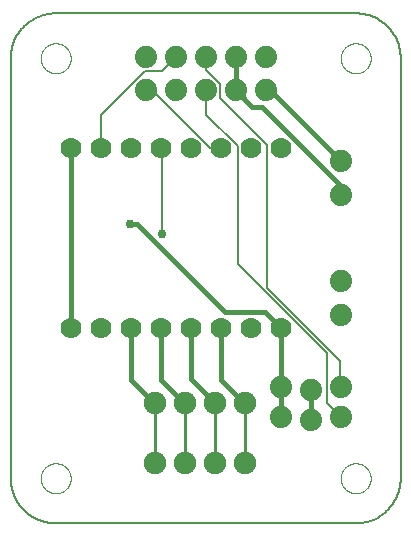
<source format=gtl>
G75*
%MOIN*%
%OFA0B0*%
%FSLAX25Y25*%
%IPPOS*%
%LPD*%
%AMOC8*
5,1,8,0,0,1.08239X$1,22.5*
%
%ADD10C,0.00600*%
%ADD11C,0.00000*%
%ADD12C,0.07000*%
%ADD13C,0.01000*%
%ADD14C,0.07480*%
%ADD15C,0.07400*%
%ADD16C,0.01500*%
%ADD17C,0.02978*%
D10*
X0001300Y0016300D02*
X0001300Y0156300D01*
X0001304Y0156662D01*
X0001318Y0157025D01*
X0001339Y0157387D01*
X0001370Y0157748D01*
X0001409Y0158108D01*
X0001457Y0158467D01*
X0001514Y0158825D01*
X0001579Y0159182D01*
X0001653Y0159537D01*
X0001736Y0159890D01*
X0001827Y0160241D01*
X0001926Y0160589D01*
X0002034Y0160935D01*
X0002150Y0161279D01*
X0002275Y0161619D01*
X0002407Y0161956D01*
X0002548Y0162290D01*
X0002697Y0162621D01*
X0002854Y0162948D01*
X0003018Y0163271D01*
X0003190Y0163590D01*
X0003370Y0163904D01*
X0003558Y0164215D01*
X0003753Y0164520D01*
X0003955Y0164821D01*
X0004165Y0165117D01*
X0004381Y0165407D01*
X0004605Y0165693D01*
X0004835Y0165973D01*
X0005072Y0166247D01*
X0005316Y0166515D01*
X0005566Y0166778D01*
X0005822Y0167034D01*
X0006085Y0167284D01*
X0006353Y0167528D01*
X0006627Y0167765D01*
X0006907Y0167995D01*
X0007193Y0168219D01*
X0007483Y0168435D01*
X0007779Y0168645D01*
X0008080Y0168847D01*
X0008385Y0169042D01*
X0008696Y0169230D01*
X0009010Y0169410D01*
X0009329Y0169582D01*
X0009652Y0169746D01*
X0009979Y0169903D01*
X0010310Y0170052D01*
X0010644Y0170193D01*
X0010981Y0170325D01*
X0011321Y0170450D01*
X0011665Y0170566D01*
X0012011Y0170674D01*
X0012359Y0170773D01*
X0012710Y0170864D01*
X0013063Y0170947D01*
X0013418Y0171021D01*
X0013775Y0171086D01*
X0014133Y0171143D01*
X0014492Y0171191D01*
X0014852Y0171230D01*
X0015213Y0171261D01*
X0015575Y0171282D01*
X0015938Y0171296D01*
X0016300Y0171300D01*
X0116300Y0171300D01*
X0116662Y0171296D01*
X0117025Y0171282D01*
X0117387Y0171261D01*
X0117748Y0171230D01*
X0118108Y0171191D01*
X0118467Y0171143D01*
X0118825Y0171086D01*
X0119182Y0171021D01*
X0119537Y0170947D01*
X0119890Y0170864D01*
X0120241Y0170773D01*
X0120589Y0170674D01*
X0120935Y0170566D01*
X0121279Y0170450D01*
X0121619Y0170325D01*
X0121956Y0170193D01*
X0122290Y0170052D01*
X0122621Y0169903D01*
X0122948Y0169746D01*
X0123271Y0169582D01*
X0123590Y0169410D01*
X0123904Y0169230D01*
X0124215Y0169042D01*
X0124520Y0168847D01*
X0124821Y0168645D01*
X0125117Y0168435D01*
X0125407Y0168219D01*
X0125693Y0167995D01*
X0125973Y0167765D01*
X0126247Y0167528D01*
X0126515Y0167284D01*
X0126778Y0167034D01*
X0127034Y0166778D01*
X0127284Y0166515D01*
X0127528Y0166247D01*
X0127765Y0165973D01*
X0127995Y0165693D01*
X0128219Y0165407D01*
X0128435Y0165117D01*
X0128645Y0164821D01*
X0128847Y0164520D01*
X0129042Y0164215D01*
X0129230Y0163904D01*
X0129410Y0163590D01*
X0129582Y0163271D01*
X0129746Y0162948D01*
X0129903Y0162621D01*
X0130052Y0162290D01*
X0130193Y0161956D01*
X0130325Y0161619D01*
X0130450Y0161279D01*
X0130566Y0160935D01*
X0130674Y0160589D01*
X0130773Y0160241D01*
X0130864Y0159890D01*
X0130947Y0159537D01*
X0131021Y0159182D01*
X0131086Y0158825D01*
X0131143Y0158467D01*
X0131191Y0158108D01*
X0131230Y0157748D01*
X0131261Y0157387D01*
X0131282Y0157025D01*
X0131296Y0156662D01*
X0131300Y0156300D01*
X0131300Y0016300D01*
X0131296Y0015938D01*
X0131282Y0015575D01*
X0131261Y0015213D01*
X0131230Y0014852D01*
X0131191Y0014492D01*
X0131143Y0014133D01*
X0131086Y0013775D01*
X0131021Y0013418D01*
X0130947Y0013063D01*
X0130864Y0012710D01*
X0130773Y0012359D01*
X0130674Y0012011D01*
X0130566Y0011665D01*
X0130450Y0011321D01*
X0130325Y0010981D01*
X0130193Y0010644D01*
X0130052Y0010310D01*
X0129903Y0009979D01*
X0129746Y0009652D01*
X0129582Y0009329D01*
X0129410Y0009010D01*
X0129230Y0008696D01*
X0129042Y0008385D01*
X0128847Y0008080D01*
X0128645Y0007779D01*
X0128435Y0007483D01*
X0128219Y0007193D01*
X0127995Y0006907D01*
X0127765Y0006627D01*
X0127528Y0006353D01*
X0127284Y0006085D01*
X0127034Y0005822D01*
X0126778Y0005566D01*
X0126515Y0005316D01*
X0126247Y0005072D01*
X0125973Y0004835D01*
X0125693Y0004605D01*
X0125407Y0004381D01*
X0125117Y0004165D01*
X0124821Y0003955D01*
X0124520Y0003753D01*
X0124215Y0003558D01*
X0123904Y0003370D01*
X0123590Y0003190D01*
X0123271Y0003018D01*
X0122948Y0002854D01*
X0122621Y0002697D01*
X0122290Y0002548D01*
X0121956Y0002407D01*
X0121619Y0002275D01*
X0121279Y0002150D01*
X0120935Y0002034D01*
X0120589Y0001926D01*
X0120241Y0001827D01*
X0119890Y0001736D01*
X0119537Y0001653D01*
X0119182Y0001579D01*
X0118825Y0001514D01*
X0118467Y0001457D01*
X0118108Y0001409D01*
X0117748Y0001370D01*
X0117387Y0001339D01*
X0117025Y0001318D01*
X0116662Y0001304D01*
X0116300Y0001300D01*
X0016300Y0001300D01*
X0015938Y0001304D01*
X0015575Y0001318D01*
X0015213Y0001339D01*
X0014852Y0001370D01*
X0014492Y0001409D01*
X0014133Y0001457D01*
X0013775Y0001514D01*
X0013418Y0001579D01*
X0013063Y0001653D01*
X0012710Y0001736D01*
X0012359Y0001827D01*
X0012011Y0001926D01*
X0011665Y0002034D01*
X0011321Y0002150D01*
X0010981Y0002275D01*
X0010644Y0002407D01*
X0010310Y0002548D01*
X0009979Y0002697D01*
X0009652Y0002854D01*
X0009329Y0003018D01*
X0009010Y0003190D01*
X0008696Y0003370D01*
X0008385Y0003558D01*
X0008080Y0003753D01*
X0007779Y0003955D01*
X0007483Y0004165D01*
X0007193Y0004381D01*
X0006907Y0004605D01*
X0006627Y0004835D01*
X0006353Y0005072D01*
X0006085Y0005316D01*
X0005822Y0005566D01*
X0005566Y0005822D01*
X0005316Y0006085D01*
X0005072Y0006353D01*
X0004835Y0006627D01*
X0004605Y0006907D01*
X0004381Y0007193D01*
X0004165Y0007483D01*
X0003955Y0007779D01*
X0003753Y0008080D01*
X0003558Y0008385D01*
X0003370Y0008696D01*
X0003190Y0009010D01*
X0003018Y0009329D01*
X0002854Y0009652D01*
X0002697Y0009979D01*
X0002548Y0010310D01*
X0002407Y0010644D01*
X0002275Y0010981D01*
X0002150Y0011321D01*
X0002034Y0011665D01*
X0001926Y0012011D01*
X0001827Y0012359D01*
X0001736Y0012710D01*
X0001653Y0013063D01*
X0001579Y0013418D01*
X0001514Y0013775D01*
X0001457Y0014133D01*
X0001409Y0014492D01*
X0001370Y0014852D01*
X0001339Y0015213D01*
X0001318Y0015575D01*
X0001304Y0015938D01*
X0001300Y0016300D01*
X0051700Y0097600D02*
X0051700Y0125800D01*
X0051400Y0126100D01*
X0051300Y0126300D01*
X0067600Y0126400D02*
X0048400Y0145600D01*
X0046300Y0145600D01*
X0046300Y0145800D01*
X0046000Y0152200D02*
X0051700Y0152200D01*
X0056300Y0156800D01*
X0066300Y0156800D02*
X0066400Y0156700D01*
X0066400Y0152500D01*
X0071200Y0147700D01*
X0071200Y0142900D01*
X0086800Y0127300D01*
X0086800Y0079600D01*
X0111100Y0055300D01*
X0111100Y0046900D01*
X0111300Y0046800D01*
X0106600Y0041500D02*
X0111300Y0036800D01*
X0106600Y0041500D02*
X0106600Y0058000D01*
X0076900Y0087700D01*
X0076900Y0127000D01*
X0066400Y0137500D01*
X0066400Y0145600D01*
X0066300Y0145800D01*
X0067600Y0126400D02*
X0071200Y0126400D01*
X0071300Y0126300D01*
X0046000Y0152200D02*
X0031300Y0137500D01*
X0031300Y0126300D01*
D11*
X0011300Y0156300D02*
X0011302Y0156441D01*
X0011308Y0156582D01*
X0011318Y0156722D01*
X0011332Y0156862D01*
X0011350Y0157002D01*
X0011371Y0157141D01*
X0011397Y0157280D01*
X0011426Y0157418D01*
X0011460Y0157554D01*
X0011497Y0157690D01*
X0011538Y0157825D01*
X0011583Y0157959D01*
X0011632Y0158091D01*
X0011684Y0158222D01*
X0011740Y0158351D01*
X0011800Y0158478D01*
X0011863Y0158604D01*
X0011929Y0158728D01*
X0012000Y0158851D01*
X0012073Y0158971D01*
X0012150Y0159089D01*
X0012230Y0159205D01*
X0012314Y0159318D01*
X0012400Y0159429D01*
X0012490Y0159538D01*
X0012583Y0159644D01*
X0012678Y0159747D01*
X0012777Y0159848D01*
X0012878Y0159946D01*
X0012982Y0160041D01*
X0013089Y0160133D01*
X0013198Y0160222D01*
X0013310Y0160307D01*
X0013424Y0160390D01*
X0013540Y0160470D01*
X0013659Y0160546D01*
X0013780Y0160618D01*
X0013902Y0160688D01*
X0014027Y0160753D01*
X0014153Y0160816D01*
X0014281Y0160874D01*
X0014411Y0160929D01*
X0014542Y0160981D01*
X0014675Y0161028D01*
X0014809Y0161072D01*
X0014944Y0161113D01*
X0015080Y0161149D01*
X0015217Y0161181D01*
X0015355Y0161210D01*
X0015493Y0161235D01*
X0015633Y0161255D01*
X0015773Y0161272D01*
X0015913Y0161285D01*
X0016054Y0161294D01*
X0016194Y0161299D01*
X0016335Y0161300D01*
X0016476Y0161297D01*
X0016617Y0161290D01*
X0016757Y0161279D01*
X0016897Y0161264D01*
X0017037Y0161245D01*
X0017176Y0161223D01*
X0017314Y0161196D01*
X0017452Y0161166D01*
X0017588Y0161131D01*
X0017724Y0161093D01*
X0017858Y0161051D01*
X0017992Y0161005D01*
X0018124Y0160956D01*
X0018254Y0160902D01*
X0018383Y0160845D01*
X0018510Y0160785D01*
X0018636Y0160721D01*
X0018759Y0160653D01*
X0018881Y0160582D01*
X0019001Y0160508D01*
X0019118Y0160430D01*
X0019233Y0160349D01*
X0019346Y0160265D01*
X0019457Y0160178D01*
X0019565Y0160087D01*
X0019670Y0159994D01*
X0019773Y0159897D01*
X0019873Y0159798D01*
X0019970Y0159696D01*
X0020064Y0159591D01*
X0020155Y0159484D01*
X0020243Y0159374D01*
X0020328Y0159262D01*
X0020410Y0159147D01*
X0020489Y0159030D01*
X0020564Y0158911D01*
X0020636Y0158790D01*
X0020704Y0158667D01*
X0020769Y0158542D01*
X0020831Y0158415D01*
X0020888Y0158286D01*
X0020943Y0158156D01*
X0020993Y0158025D01*
X0021040Y0157892D01*
X0021083Y0157758D01*
X0021122Y0157622D01*
X0021157Y0157486D01*
X0021189Y0157349D01*
X0021216Y0157211D01*
X0021240Y0157072D01*
X0021260Y0156932D01*
X0021276Y0156792D01*
X0021288Y0156652D01*
X0021296Y0156511D01*
X0021300Y0156370D01*
X0021300Y0156230D01*
X0021296Y0156089D01*
X0021288Y0155948D01*
X0021276Y0155808D01*
X0021260Y0155668D01*
X0021240Y0155528D01*
X0021216Y0155389D01*
X0021189Y0155251D01*
X0021157Y0155114D01*
X0021122Y0154978D01*
X0021083Y0154842D01*
X0021040Y0154708D01*
X0020993Y0154575D01*
X0020943Y0154444D01*
X0020888Y0154314D01*
X0020831Y0154185D01*
X0020769Y0154058D01*
X0020704Y0153933D01*
X0020636Y0153810D01*
X0020564Y0153689D01*
X0020489Y0153570D01*
X0020410Y0153453D01*
X0020328Y0153338D01*
X0020243Y0153226D01*
X0020155Y0153116D01*
X0020064Y0153009D01*
X0019970Y0152904D01*
X0019873Y0152802D01*
X0019773Y0152703D01*
X0019670Y0152606D01*
X0019565Y0152513D01*
X0019457Y0152422D01*
X0019346Y0152335D01*
X0019233Y0152251D01*
X0019118Y0152170D01*
X0019001Y0152092D01*
X0018881Y0152018D01*
X0018759Y0151947D01*
X0018636Y0151879D01*
X0018510Y0151815D01*
X0018383Y0151755D01*
X0018254Y0151698D01*
X0018124Y0151644D01*
X0017992Y0151595D01*
X0017858Y0151549D01*
X0017724Y0151507D01*
X0017588Y0151469D01*
X0017452Y0151434D01*
X0017314Y0151404D01*
X0017176Y0151377D01*
X0017037Y0151355D01*
X0016897Y0151336D01*
X0016757Y0151321D01*
X0016617Y0151310D01*
X0016476Y0151303D01*
X0016335Y0151300D01*
X0016194Y0151301D01*
X0016054Y0151306D01*
X0015913Y0151315D01*
X0015773Y0151328D01*
X0015633Y0151345D01*
X0015493Y0151365D01*
X0015355Y0151390D01*
X0015217Y0151419D01*
X0015080Y0151451D01*
X0014944Y0151487D01*
X0014809Y0151528D01*
X0014675Y0151572D01*
X0014542Y0151619D01*
X0014411Y0151671D01*
X0014281Y0151726D01*
X0014153Y0151784D01*
X0014027Y0151847D01*
X0013902Y0151912D01*
X0013780Y0151982D01*
X0013659Y0152054D01*
X0013540Y0152130D01*
X0013424Y0152210D01*
X0013310Y0152293D01*
X0013198Y0152378D01*
X0013089Y0152467D01*
X0012982Y0152559D01*
X0012878Y0152654D01*
X0012777Y0152752D01*
X0012678Y0152853D01*
X0012583Y0152956D01*
X0012490Y0153062D01*
X0012400Y0153171D01*
X0012314Y0153282D01*
X0012230Y0153395D01*
X0012150Y0153511D01*
X0012073Y0153629D01*
X0012000Y0153749D01*
X0011929Y0153872D01*
X0011863Y0153996D01*
X0011800Y0154122D01*
X0011740Y0154249D01*
X0011684Y0154378D01*
X0011632Y0154509D01*
X0011583Y0154641D01*
X0011538Y0154775D01*
X0011497Y0154910D01*
X0011460Y0155046D01*
X0011426Y0155182D01*
X0011397Y0155320D01*
X0011371Y0155459D01*
X0011350Y0155598D01*
X0011332Y0155738D01*
X0011318Y0155878D01*
X0011308Y0156018D01*
X0011302Y0156159D01*
X0011300Y0156300D01*
X0111300Y0156300D02*
X0111302Y0156441D01*
X0111308Y0156582D01*
X0111318Y0156722D01*
X0111332Y0156862D01*
X0111350Y0157002D01*
X0111371Y0157141D01*
X0111397Y0157280D01*
X0111426Y0157418D01*
X0111460Y0157554D01*
X0111497Y0157690D01*
X0111538Y0157825D01*
X0111583Y0157959D01*
X0111632Y0158091D01*
X0111684Y0158222D01*
X0111740Y0158351D01*
X0111800Y0158478D01*
X0111863Y0158604D01*
X0111929Y0158728D01*
X0112000Y0158851D01*
X0112073Y0158971D01*
X0112150Y0159089D01*
X0112230Y0159205D01*
X0112314Y0159318D01*
X0112400Y0159429D01*
X0112490Y0159538D01*
X0112583Y0159644D01*
X0112678Y0159747D01*
X0112777Y0159848D01*
X0112878Y0159946D01*
X0112982Y0160041D01*
X0113089Y0160133D01*
X0113198Y0160222D01*
X0113310Y0160307D01*
X0113424Y0160390D01*
X0113540Y0160470D01*
X0113659Y0160546D01*
X0113780Y0160618D01*
X0113902Y0160688D01*
X0114027Y0160753D01*
X0114153Y0160816D01*
X0114281Y0160874D01*
X0114411Y0160929D01*
X0114542Y0160981D01*
X0114675Y0161028D01*
X0114809Y0161072D01*
X0114944Y0161113D01*
X0115080Y0161149D01*
X0115217Y0161181D01*
X0115355Y0161210D01*
X0115493Y0161235D01*
X0115633Y0161255D01*
X0115773Y0161272D01*
X0115913Y0161285D01*
X0116054Y0161294D01*
X0116194Y0161299D01*
X0116335Y0161300D01*
X0116476Y0161297D01*
X0116617Y0161290D01*
X0116757Y0161279D01*
X0116897Y0161264D01*
X0117037Y0161245D01*
X0117176Y0161223D01*
X0117314Y0161196D01*
X0117452Y0161166D01*
X0117588Y0161131D01*
X0117724Y0161093D01*
X0117858Y0161051D01*
X0117992Y0161005D01*
X0118124Y0160956D01*
X0118254Y0160902D01*
X0118383Y0160845D01*
X0118510Y0160785D01*
X0118636Y0160721D01*
X0118759Y0160653D01*
X0118881Y0160582D01*
X0119001Y0160508D01*
X0119118Y0160430D01*
X0119233Y0160349D01*
X0119346Y0160265D01*
X0119457Y0160178D01*
X0119565Y0160087D01*
X0119670Y0159994D01*
X0119773Y0159897D01*
X0119873Y0159798D01*
X0119970Y0159696D01*
X0120064Y0159591D01*
X0120155Y0159484D01*
X0120243Y0159374D01*
X0120328Y0159262D01*
X0120410Y0159147D01*
X0120489Y0159030D01*
X0120564Y0158911D01*
X0120636Y0158790D01*
X0120704Y0158667D01*
X0120769Y0158542D01*
X0120831Y0158415D01*
X0120888Y0158286D01*
X0120943Y0158156D01*
X0120993Y0158025D01*
X0121040Y0157892D01*
X0121083Y0157758D01*
X0121122Y0157622D01*
X0121157Y0157486D01*
X0121189Y0157349D01*
X0121216Y0157211D01*
X0121240Y0157072D01*
X0121260Y0156932D01*
X0121276Y0156792D01*
X0121288Y0156652D01*
X0121296Y0156511D01*
X0121300Y0156370D01*
X0121300Y0156230D01*
X0121296Y0156089D01*
X0121288Y0155948D01*
X0121276Y0155808D01*
X0121260Y0155668D01*
X0121240Y0155528D01*
X0121216Y0155389D01*
X0121189Y0155251D01*
X0121157Y0155114D01*
X0121122Y0154978D01*
X0121083Y0154842D01*
X0121040Y0154708D01*
X0120993Y0154575D01*
X0120943Y0154444D01*
X0120888Y0154314D01*
X0120831Y0154185D01*
X0120769Y0154058D01*
X0120704Y0153933D01*
X0120636Y0153810D01*
X0120564Y0153689D01*
X0120489Y0153570D01*
X0120410Y0153453D01*
X0120328Y0153338D01*
X0120243Y0153226D01*
X0120155Y0153116D01*
X0120064Y0153009D01*
X0119970Y0152904D01*
X0119873Y0152802D01*
X0119773Y0152703D01*
X0119670Y0152606D01*
X0119565Y0152513D01*
X0119457Y0152422D01*
X0119346Y0152335D01*
X0119233Y0152251D01*
X0119118Y0152170D01*
X0119001Y0152092D01*
X0118881Y0152018D01*
X0118759Y0151947D01*
X0118636Y0151879D01*
X0118510Y0151815D01*
X0118383Y0151755D01*
X0118254Y0151698D01*
X0118124Y0151644D01*
X0117992Y0151595D01*
X0117858Y0151549D01*
X0117724Y0151507D01*
X0117588Y0151469D01*
X0117452Y0151434D01*
X0117314Y0151404D01*
X0117176Y0151377D01*
X0117037Y0151355D01*
X0116897Y0151336D01*
X0116757Y0151321D01*
X0116617Y0151310D01*
X0116476Y0151303D01*
X0116335Y0151300D01*
X0116194Y0151301D01*
X0116054Y0151306D01*
X0115913Y0151315D01*
X0115773Y0151328D01*
X0115633Y0151345D01*
X0115493Y0151365D01*
X0115355Y0151390D01*
X0115217Y0151419D01*
X0115080Y0151451D01*
X0114944Y0151487D01*
X0114809Y0151528D01*
X0114675Y0151572D01*
X0114542Y0151619D01*
X0114411Y0151671D01*
X0114281Y0151726D01*
X0114153Y0151784D01*
X0114027Y0151847D01*
X0113902Y0151912D01*
X0113780Y0151982D01*
X0113659Y0152054D01*
X0113540Y0152130D01*
X0113424Y0152210D01*
X0113310Y0152293D01*
X0113198Y0152378D01*
X0113089Y0152467D01*
X0112982Y0152559D01*
X0112878Y0152654D01*
X0112777Y0152752D01*
X0112678Y0152853D01*
X0112583Y0152956D01*
X0112490Y0153062D01*
X0112400Y0153171D01*
X0112314Y0153282D01*
X0112230Y0153395D01*
X0112150Y0153511D01*
X0112073Y0153629D01*
X0112000Y0153749D01*
X0111929Y0153872D01*
X0111863Y0153996D01*
X0111800Y0154122D01*
X0111740Y0154249D01*
X0111684Y0154378D01*
X0111632Y0154509D01*
X0111583Y0154641D01*
X0111538Y0154775D01*
X0111497Y0154910D01*
X0111460Y0155046D01*
X0111426Y0155182D01*
X0111397Y0155320D01*
X0111371Y0155459D01*
X0111350Y0155598D01*
X0111332Y0155738D01*
X0111318Y0155878D01*
X0111308Y0156018D01*
X0111302Y0156159D01*
X0111300Y0156300D01*
X0111300Y0016300D02*
X0111302Y0016441D01*
X0111308Y0016582D01*
X0111318Y0016722D01*
X0111332Y0016862D01*
X0111350Y0017002D01*
X0111371Y0017141D01*
X0111397Y0017280D01*
X0111426Y0017418D01*
X0111460Y0017554D01*
X0111497Y0017690D01*
X0111538Y0017825D01*
X0111583Y0017959D01*
X0111632Y0018091D01*
X0111684Y0018222D01*
X0111740Y0018351D01*
X0111800Y0018478D01*
X0111863Y0018604D01*
X0111929Y0018728D01*
X0112000Y0018851D01*
X0112073Y0018971D01*
X0112150Y0019089D01*
X0112230Y0019205D01*
X0112314Y0019318D01*
X0112400Y0019429D01*
X0112490Y0019538D01*
X0112583Y0019644D01*
X0112678Y0019747D01*
X0112777Y0019848D01*
X0112878Y0019946D01*
X0112982Y0020041D01*
X0113089Y0020133D01*
X0113198Y0020222D01*
X0113310Y0020307D01*
X0113424Y0020390D01*
X0113540Y0020470D01*
X0113659Y0020546D01*
X0113780Y0020618D01*
X0113902Y0020688D01*
X0114027Y0020753D01*
X0114153Y0020816D01*
X0114281Y0020874D01*
X0114411Y0020929D01*
X0114542Y0020981D01*
X0114675Y0021028D01*
X0114809Y0021072D01*
X0114944Y0021113D01*
X0115080Y0021149D01*
X0115217Y0021181D01*
X0115355Y0021210D01*
X0115493Y0021235D01*
X0115633Y0021255D01*
X0115773Y0021272D01*
X0115913Y0021285D01*
X0116054Y0021294D01*
X0116194Y0021299D01*
X0116335Y0021300D01*
X0116476Y0021297D01*
X0116617Y0021290D01*
X0116757Y0021279D01*
X0116897Y0021264D01*
X0117037Y0021245D01*
X0117176Y0021223D01*
X0117314Y0021196D01*
X0117452Y0021166D01*
X0117588Y0021131D01*
X0117724Y0021093D01*
X0117858Y0021051D01*
X0117992Y0021005D01*
X0118124Y0020956D01*
X0118254Y0020902D01*
X0118383Y0020845D01*
X0118510Y0020785D01*
X0118636Y0020721D01*
X0118759Y0020653D01*
X0118881Y0020582D01*
X0119001Y0020508D01*
X0119118Y0020430D01*
X0119233Y0020349D01*
X0119346Y0020265D01*
X0119457Y0020178D01*
X0119565Y0020087D01*
X0119670Y0019994D01*
X0119773Y0019897D01*
X0119873Y0019798D01*
X0119970Y0019696D01*
X0120064Y0019591D01*
X0120155Y0019484D01*
X0120243Y0019374D01*
X0120328Y0019262D01*
X0120410Y0019147D01*
X0120489Y0019030D01*
X0120564Y0018911D01*
X0120636Y0018790D01*
X0120704Y0018667D01*
X0120769Y0018542D01*
X0120831Y0018415D01*
X0120888Y0018286D01*
X0120943Y0018156D01*
X0120993Y0018025D01*
X0121040Y0017892D01*
X0121083Y0017758D01*
X0121122Y0017622D01*
X0121157Y0017486D01*
X0121189Y0017349D01*
X0121216Y0017211D01*
X0121240Y0017072D01*
X0121260Y0016932D01*
X0121276Y0016792D01*
X0121288Y0016652D01*
X0121296Y0016511D01*
X0121300Y0016370D01*
X0121300Y0016230D01*
X0121296Y0016089D01*
X0121288Y0015948D01*
X0121276Y0015808D01*
X0121260Y0015668D01*
X0121240Y0015528D01*
X0121216Y0015389D01*
X0121189Y0015251D01*
X0121157Y0015114D01*
X0121122Y0014978D01*
X0121083Y0014842D01*
X0121040Y0014708D01*
X0120993Y0014575D01*
X0120943Y0014444D01*
X0120888Y0014314D01*
X0120831Y0014185D01*
X0120769Y0014058D01*
X0120704Y0013933D01*
X0120636Y0013810D01*
X0120564Y0013689D01*
X0120489Y0013570D01*
X0120410Y0013453D01*
X0120328Y0013338D01*
X0120243Y0013226D01*
X0120155Y0013116D01*
X0120064Y0013009D01*
X0119970Y0012904D01*
X0119873Y0012802D01*
X0119773Y0012703D01*
X0119670Y0012606D01*
X0119565Y0012513D01*
X0119457Y0012422D01*
X0119346Y0012335D01*
X0119233Y0012251D01*
X0119118Y0012170D01*
X0119001Y0012092D01*
X0118881Y0012018D01*
X0118759Y0011947D01*
X0118636Y0011879D01*
X0118510Y0011815D01*
X0118383Y0011755D01*
X0118254Y0011698D01*
X0118124Y0011644D01*
X0117992Y0011595D01*
X0117858Y0011549D01*
X0117724Y0011507D01*
X0117588Y0011469D01*
X0117452Y0011434D01*
X0117314Y0011404D01*
X0117176Y0011377D01*
X0117037Y0011355D01*
X0116897Y0011336D01*
X0116757Y0011321D01*
X0116617Y0011310D01*
X0116476Y0011303D01*
X0116335Y0011300D01*
X0116194Y0011301D01*
X0116054Y0011306D01*
X0115913Y0011315D01*
X0115773Y0011328D01*
X0115633Y0011345D01*
X0115493Y0011365D01*
X0115355Y0011390D01*
X0115217Y0011419D01*
X0115080Y0011451D01*
X0114944Y0011487D01*
X0114809Y0011528D01*
X0114675Y0011572D01*
X0114542Y0011619D01*
X0114411Y0011671D01*
X0114281Y0011726D01*
X0114153Y0011784D01*
X0114027Y0011847D01*
X0113902Y0011912D01*
X0113780Y0011982D01*
X0113659Y0012054D01*
X0113540Y0012130D01*
X0113424Y0012210D01*
X0113310Y0012293D01*
X0113198Y0012378D01*
X0113089Y0012467D01*
X0112982Y0012559D01*
X0112878Y0012654D01*
X0112777Y0012752D01*
X0112678Y0012853D01*
X0112583Y0012956D01*
X0112490Y0013062D01*
X0112400Y0013171D01*
X0112314Y0013282D01*
X0112230Y0013395D01*
X0112150Y0013511D01*
X0112073Y0013629D01*
X0112000Y0013749D01*
X0111929Y0013872D01*
X0111863Y0013996D01*
X0111800Y0014122D01*
X0111740Y0014249D01*
X0111684Y0014378D01*
X0111632Y0014509D01*
X0111583Y0014641D01*
X0111538Y0014775D01*
X0111497Y0014910D01*
X0111460Y0015046D01*
X0111426Y0015182D01*
X0111397Y0015320D01*
X0111371Y0015459D01*
X0111350Y0015598D01*
X0111332Y0015738D01*
X0111318Y0015878D01*
X0111308Y0016018D01*
X0111302Y0016159D01*
X0111300Y0016300D01*
X0011300Y0016300D02*
X0011302Y0016441D01*
X0011308Y0016582D01*
X0011318Y0016722D01*
X0011332Y0016862D01*
X0011350Y0017002D01*
X0011371Y0017141D01*
X0011397Y0017280D01*
X0011426Y0017418D01*
X0011460Y0017554D01*
X0011497Y0017690D01*
X0011538Y0017825D01*
X0011583Y0017959D01*
X0011632Y0018091D01*
X0011684Y0018222D01*
X0011740Y0018351D01*
X0011800Y0018478D01*
X0011863Y0018604D01*
X0011929Y0018728D01*
X0012000Y0018851D01*
X0012073Y0018971D01*
X0012150Y0019089D01*
X0012230Y0019205D01*
X0012314Y0019318D01*
X0012400Y0019429D01*
X0012490Y0019538D01*
X0012583Y0019644D01*
X0012678Y0019747D01*
X0012777Y0019848D01*
X0012878Y0019946D01*
X0012982Y0020041D01*
X0013089Y0020133D01*
X0013198Y0020222D01*
X0013310Y0020307D01*
X0013424Y0020390D01*
X0013540Y0020470D01*
X0013659Y0020546D01*
X0013780Y0020618D01*
X0013902Y0020688D01*
X0014027Y0020753D01*
X0014153Y0020816D01*
X0014281Y0020874D01*
X0014411Y0020929D01*
X0014542Y0020981D01*
X0014675Y0021028D01*
X0014809Y0021072D01*
X0014944Y0021113D01*
X0015080Y0021149D01*
X0015217Y0021181D01*
X0015355Y0021210D01*
X0015493Y0021235D01*
X0015633Y0021255D01*
X0015773Y0021272D01*
X0015913Y0021285D01*
X0016054Y0021294D01*
X0016194Y0021299D01*
X0016335Y0021300D01*
X0016476Y0021297D01*
X0016617Y0021290D01*
X0016757Y0021279D01*
X0016897Y0021264D01*
X0017037Y0021245D01*
X0017176Y0021223D01*
X0017314Y0021196D01*
X0017452Y0021166D01*
X0017588Y0021131D01*
X0017724Y0021093D01*
X0017858Y0021051D01*
X0017992Y0021005D01*
X0018124Y0020956D01*
X0018254Y0020902D01*
X0018383Y0020845D01*
X0018510Y0020785D01*
X0018636Y0020721D01*
X0018759Y0020653D01*
X0018881Y0020582D01*
X0019001Y0020508D01*
X0019118Y0020430D01*
X0019233Y0020349D01*
X0019346Y0020265D01*
X0019457Y0020178D01*
X0019565Y0020087D01*
X0019670Y0019994D01*
X0019773Y0019897D01*
X0019873Y0019798D01*
X0019970Y0019696D01*
X0020064Y0019591D01*
X0020155Y0019484D01*
X0020243Y0019374D01*
X0020328Y0019262D01*
X0020410Y0019147D01*
X0020489Y0019030D01*
X0020564Y0018911D01*
X0020636Y0018790D01*
X0020704Y0018667D01*
X0020769Y0018542D01*
X0020831Y0018415D01*
X0020888Y0018286D01*
X0020943Y0018156D01*
X0020993Y0018025D01*
X0021040Y0017892D01*
X0021083Y0017758D01*
X0021122Y0017622D01*
X0021157Y0017486D01*
X0021189Y0017349D01*
X0021216Y0017211D01*
X0021240Y0017072D01*
X0021260Y0016932D01*
X0021276Y0016792D01*
X0021288Y0016652D01*
X0021296Y0016511D01*
X0021300Y0016370D01*
X0021300Y0016230D01*
X0021296Y0016089D01*
X0021288Y0015948D01*
X0021276Y0015808D01*
X0021260Y0015668D01*
X0021240Y0015528D01*
X0021216Y0015389D01*
X0021189Y0015251D01*
X0021157Y0015114D01*
X0021122Y0014978D01*
X0021083Y0014842D01*
X0021040Y0014708D01*
X0020993Y0014575D01*
X0020943Y0014444D01*
X0020888Y0014314D01*
X0020831Y0014185D01*
X0020769Y0014058D01*
X0020704Y0013933D01*
X0020636Y0013810D01*
X0020564Y0013689D01*
X0020489Y0013570D01*
X0020410Y0013453D01*
X0020328Y0013338D01*
X0020243Y0013226D01*
X0020155Y0013116D01*
X0020064Y0013009D01*
X0019970Y0012904D01*
X0019873Y0012802D01*
X0019773Y0012703D01*
X0019670Y0012606D01*
X0019565Y0012513D01*
X0019457Y0012422D01*
X0019346Y0012335D01*
X0019233Y0012251D01*
X0019118Y0012170D01*
X0019001Y0012092D01*
X0018881Y0012018D01*
X0018759Y0011947D01*
X0018636Y0011879D01*
X0018510Y0011815D01*
X0018383Y0011755D01*
X0018254Y0011698D01*
X0018124Y0011644D01*
X0017992Y0011595D01*
X0017858Y0011549D01*
X0017724Y0011507D01*
X0017588Y0011469D01*
X0017452Y0011434D01*
X0017314Y0011404D01*
X0017176Y0011377D01*
X0017037Y0011355D01*
X0016897Y0011336D01*
X0016757Y0011321D01*
X0016617Y0011310D01*
X0016476Y0011303D01*
X0016335Y0011300D01*
X0016194Y0011301D01*
X0016054Y0011306D01*
X0015913Y0011315D01*
X0015773Y0011328D01*
X0015633Y0011345D01*
X0015493Y0011365D01*
X0015355Y0011390D01*
X0015217Y0011419D01*
X0015080Y0011451D01*
X0014944Y0011487D01*
X0014809Y0011528D01*
X0014675Y0011572D01*
X0014542Y0011619D01*
X0014411Y0011671D01*
X0014281Y0011726D01*
X0014153Y0011784D01*
X0014027Y0011847D01*
X0013902Y0011912D01*
X0013780Y0011982D01*
X0013659Y0012054D01*
X0013540Y0012130D01*
X0013424Y0012210D01*
X0013310Y0012293D01*
X0013198Y0012378D01*
X0013089Y0012467D01*
X0012982Y0012559D01*
X0012878Y0012654D01*
X0012777Y0012752D01*
X0012678Y0012853D01*
X0012583Y0012956D01*
X0012490Y0013062D01*
X0012400Y0013171D01*
X0012314Y0013282D01*
X0012230Y0013395D01*
X0012150Y0013511D01*
X0012073Y0013629D01*
X0012000Y0013749D01*
X0011929Y0013872D01*
X0011863Y0013996D01*
X0011800Y0014122D01*
X0011740Y0014249D01*
X0011684Y0014378D01*
X0011632Y0014509D01*
X0011583Y0014641D01*
X0011538Y0014775D01*
X0011497Y0014910D01*
X0011460Y0015046D01*
X0011426Y0015182D01*
X0011397Y0015320D01*
X0011371Y0015459D01*
X0011350Y0015598D01*
X0011332Y0015738D01*
X0011318Y0015878D01*
X0011308Y0016018D01*
X0011302Y0016159D01*
X0011300Y0016300D01*
D12*
X0021300Y0066300D03*
X0031300Y0066300D03*
X0041300Y0066300D03*
X0051300Y0066300D03*
X0061300Y0066300D03*
X0071300Y0066300D03*
X0081300Y0066300D03*
X0091300Y0066300D03*
X0091300Y0126300D03*
X0081300Y0126300D03*
X0071300Y0126300D03*
X0061300Y0126300D03*
X0051300Y0126300D03*
X0041300Y0126300D03*
X0031300Y0126300D03*
X0021300Y0126300D03*
D13*
X0049300Y0041300D02*
X0049300Y0021300D01*
X0059300Y0021300D02*
X0059300Y0041300D01*
X0069300Y0041300D02*
X0069300Y0021300D01*
X0079300Y0021300D02*
X0079300Y0041300D01*
D14*
X0079300Y0041300D03*
X0069300Y0041300D03*
X0059300Y0041300D03*
X0049300Y0041300D03*
X0049300Y0021300D03*
X0059300Y0021300D03*
X0069300Y0021300D03*
X0079300Y0021300D03*
D15*
X0091300Y0036800D03*
X0091300Y0046800D03*
X0101300Y0045800D03*
X0101300Y0035800D03*
X0111300Y0036800D03*
X0111300Y0046800D03*
X0111300Y0070600D03*
X0111300Y0082000D03*
X0111300Y0110600D03*
X0111300Y0122000D03*
X0086300Y0145800D03*
X0086300Y0156800D03*
X0076300Y0156800D03*
X0076300Y0145800D03*
X0066300Y0145800D03*
X0066300Y0156800D03*
X0056300Y0156800D03*
X0056300Y0145800D03*
X0046300Y0145800D03*
X0046300Y0156800D03*
D16*
X0021300Y0126300D02*
X0021400Y0126100D01*
X0021400Y0066400D01*
X0021300Y0066300D01*
X0041300Y0066300D02*
X0041500Y0066100D01*
X0041500Y0049000D01*
X0049000Y0041500D01*
X0049300Y0041300D01*
X0051400Y0049000D02*
X0058900Y0041500D01*
X0059300Y0041300D01*
X0061300Y0049300D02*
X0069300Y0041300D01*
X0071500Y0049000D02*
X0079000Y0041500D01*
X0079300Y0041300D01*
X0071500Y0049000D02*
X0071500Y0066100D01*
X0071300Y0066300D01*
X0072700Y0071800D02*
X0085900Y0071800D01*
X0091300Y0066400D01*
X0091300Y0066300D01*
X0091300Y0046800D01*
X0091300Y0036800D01*
X0101300Y0035800D02*
X0101500Y0035800D01*
X0101500Y0045700D01*
X0101300Y0045800D01*
X0072700Y0071800D02*
X0043300Y0101200D01*
X0041200Y0101200D01*
X0051300Y0066300D02*
X0051400Y0066100D01*
X0051400Y0049000D01*
X0061300Y0049300D02*
X0061300Y0066300D01*
X0111100Y0110800D02*
X0111300Y0110600D01*
X0111100Y0110800D02*
X0111100Y0114100D01*
X0085000Y0140200D01*
X0081700Y0140200D01*
X0076300Y0145600D01*
X0076300Y0145800D01*
X0076300Y0156800D01*
X0086300Y0145800D02*
X0086500Y0145600D01*
X0087700Y0145600D01*
X0111300Y0122000D01*
D17*
X0051700Y0097600D03*
X0041200Y0101200D03*
M02*

</source>
